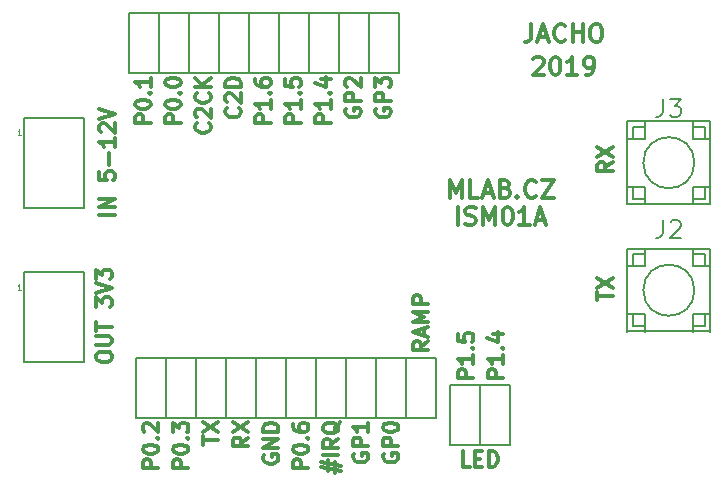
<source format=gbr>
G04 #@! TF.GenerationSoftware,KiCad,Pcbnew,(6.0.0-rc1-dev-1606-g4cd41e394)*
G04 #@! TF.CreationDate,2019-02-20T22:44:59+01:00
G04 #@! TF.ProjectId,ISM01A,49534d30-3141-42e6-9b69-6361645f7063,REV*
G04 #@! TF.SameCoordinates,Original*
G04 #@! TF.FileFunction,Legend,Top*
G04 #@! TF.FilePolarity,Positive*
%FSLAX46Y46*%
G04 Gerber Fmt 4.6, Leading zero omitted, Abs format (unit mm)*
G04 Created by KiCad (PCBNEW (6.0.0-rc1-dev-1606-g4cd41e394)) date 20.02.2019 22:44:59*
%MOMM*%
%LPD*%
G04 APERTURE LIST*
%ADD10C,0.300000*%
%ADD11C,0.150000*%
%ADD12C,0.050000*%
G04 APERTURE END LIST*
D10*
X37334571Y23705428D02*
X37334571Y25205428D01*
X37834571Y24134000D01*
X38334571Y25205428D01*
X38334571Y23705428D01*
X39763142Y23705428D02*
X39048857Y23705428D01*
X39048857Y25205428D01*
X40191714Y24134000D02*
X40906000Y24134000D01*
X40048857Y23705428D02*
X40548857Y25205428D01*
X41048857Y23705428D01*
X42048857Y24491142D02*
X42263142Y24419714D01*
X42334571Y24348285D01*
X42406000Y24205428D01*
X42406000Y23991142D01*
X42334571Y23848285D01*
X42263142Y23776857D01*
X42120285Y23705428D01*
X41548857Y23705428D01*
X41548857Y25205428D01*
X42048857Y25205428D01*
X42191714Y25134000D01*
X42263142Y25062571D01*
X42334571Y24919714D01*
X42334571Y24776857D01*
X42263142Y24634000D01*
X42191714Y24562571D01*
X42048857Y24491142D01*
X41548857Y24491142D01*
X43048857Y23848285D02*
X43120285Y23776857D01*
X43048857Y23705428D01*
X42977428Y23776857D01*
X43048857Y23848285D01*
X43048857Y23705428D01*
X44620285Y23848285D02*
X44548857Y23776857D01*
X44334571Y23705428D01*
X44191714Y23705428D01*
X43977428Y23776857D01*
X43834571Y23919714D01*
X43763142Y24062571D01*
X43691714Y24348285D01*
X43691714Y24562571D01*
X43763142Y24848285D01*
X43834571Y24991142D01*
X43977428Y25134000D01*
X44191714Y25205428D01*
X44334571Y25205428D01*
X44548857Y25134000D01*
X44620285Y25062571D01*
X45120285Y25205428D02*
X46120285Y25205428D01*
X45120285Y23705428D01*
X46120285Y23705428D01*
X44240000Y38413428D02*
X44240000Y37342000D01*
X44168571Y37127714D01*
X44025714Y36984857D01*
X43811428Y36913428D01*
X43668571Y36913428D01*
X44882857Y37342000D02*
X45597142Y37342000D01*
X44740000Y36913428D02*
X45240000Y38413428D01*
X45740000Y36913428D01*
X47097142Y37056285D02*
X47025714Y36984857D01*
X46811428Y36913428D01*
X46668571Y36913428D01*
X46454285Y36984857D01*
X46311428Y37127714D01*
X46240000Y37270571D01*
X46168571Y37556285D01*
X46168571Y37770571D01*
X46240000Y38056285D01*
X46311428Y38199142D01*
X46454285Y38342000D01*
X46668571Y38413428D01*
X46811428Y38413428D01*
X47025714Y38342000D01*
X47097142Y38270571D01*
X47740000Y36913428D02*
X47740000Y38413428D01*
X47740000Y37699142D02*
X48597142Y37699142D01*
X48597142Y36913428D02*
X48597142Y38413428D01*
X49597142Y38413428D02*
X49882857Y38413428D01*
X50025714Y38342000D01*
X50168571Y38199142D01*
X50240000Y37913428D01*
X50240000Y37413428D01*
X50168571Y37127714D01*
X50025714Y36984857D01*
X49882857Y36913428D01*
X49597142Y36913428D01*
X49454285Y36984857D01*
X49311428Y37127714D01*
X49240000Y37413428D01*
X49240000Y37913428D01*
X49311428Y38199142D01*
X49454285Y38342000D01*
X49597142Y38413428D01*
X44418571Y35476571D02*
X44490000Y35548000D01*
X44632857Y35619428D01*
X44990000Y35619428D01*
X45132857Y35548000D01*
X45204285Y35476571D01*
X45275714Y35333714D01*
X45275714Y35190857D01*
X45204285Y34976571D01*
X44347142Y34119428D01*
X45275714Y34119428D01*
X46204285Y35619428D02*
X46347142Y35619428D01*
X46490000Y35548000D01*
X46561428Y35476571D01*
X46632857Y35333714D01*
X46704285Y35048000D01*
X46704285Y34690857D01*
X46632857Y34405142D01*
X46561428Y34262285D01*
X46490000Y34190857D01*
X46347142Y34119428D01*
X46204285Y34119428D01*
X46061428Y34190857D01*
X45990000Y34262285D01*
X45918571Y34405142D01*
X45847142Y34690857D01*
X45847142Y35048000D01*
X45918571Y35333714D01*
X45990000Y35476571D01*
X46061428Y35548000D01*
X46204285Y35619428D01*
X48132857Y34119428D02*
X47275714Y34119428D01*
X47704285Y34119428D02*
X47704285Y35619428D01*
X47561428Y35405142D01*
X47418571Y35262285D01*
X47275714Y35190857D01*
X48847142Y34119428D02*
X49132857Y34119428D01*
X49275714Y34190857D01*
X49347142Y34262285D01*
X49490000Y34476571D01*
X49561428Y34762285D01*
X49561428Y35333714D01*
X49490000Y35476571D01*
X49418571Y35548000D01*
X49275714Y35619428D01*
X48990000Y35619428D01*
X48847142Y35548000D01*
X48775714Y35476571D01*
X48704285Y35333714D01*
X48704285Y34976571D01*
X48775714Y34833714D01*
X48847142Y34762285D01*
X48990000Y34690857D01*
X49275714Y34690857D01*
X49418571Y34762285D01*
X49490000Y34833714D01*
X49561428Y34976571D01*
X38013142Y21419428D02*
X38013142Y22919428D01*
X38656000Y21490857D02*
X38870285Y21419428D01*
X39227428Y21419428D01*
X39370285Y21490857D01*
X39441714Y21562285D01*
X39513142Y21705142D01*
X39513142Y21848000D01*
X39441714Y21990857D01*
X39370285Y22062285D01*
X39227428Y22133714D01*
X38941714Y22205142D01*
X38798857Y22276571D01*
X38727428Y22348000D01*
X38656000Y22490857D01*
X38656000Y22633714D01*
X38727428Y22776571D01*
X38798857Y22848000D01*
X38941714Y22919428D01*
X39298857Y22919428D01*
X39513142Y22848000D01*
X40156000Y21419428D02*
X40156000Y22919428D01*
X40656000Y21848000D01*
X41156000Y22919428D01*
X41156000Y21419428D01*
X42156000Y22919428D02*
X42298857Y22919428D01*
X42441714Y22848000D01*
X42513142Y22776571D01*
X42584571Y22633714D01*
X42656000Y22348000D01*
X42656000Y21990857D01*
X42584571Y21705142D01*
X42513142Y21562285D01*
X42441714Y21490857D01*
X42298857Y21419428D01*
X42156000Y21419428D01*
X42013142Y21490857D01*
X41941714Y21562285D01*
X41870285Y21705142D01*
X41798857Y21990857D01*
X41798857Y22348000D01*
X41870285Y22633714D01*
X41941714Y22776571D01*
X42013142Y22848000D01*
X42156000Y22919428D01*
X44084571Y21419428D02*
X43227428Y21419428D01*
X43656000Y21419428D02*
X43656000Y22919428D01*
X43513142Y22705142D01*
X43370285Y22562285D01*
X43227428Y22490857D01*
X44656000Y21848000D02*
X45370285Y21848000D01*
X44513142Y21419428D02*
X45013142Y22919428D01*
X45513142Y21419428D01*
X49834095Y15011523D02*
X49834095Y15754380D01*
X51134095Y15382952D02*
X49834095Y15382952D01*
X49834095Y16063904D02*
X51134095Y16930571D01*
X49834095Y16930571D02*
X51134095Y16063904D01*
X51134095Y26707333D02*
X50515047Y26274000D01*
X51134095Y25964476D02*
X49834095Y25964476D01*
X49834095Y26459714D01*
X49896000Y26583523D01*
X49957904Y26645428D01*
X50081714Y26707333D01*
X50267428Y26707333D01*
X50391238Y26645428D01*
X50453142Y26583523D01*
X50515047Y26459714D01*
X50515047Y25964476D01*
X49834095Y27140666D02*
X51134095Y28007333D01*
X49834095Y28007333D02*
X51134095Y27140666D01*
X8970095Y22274761D02*
X7670095Y22274761D01*
X8970095Y22893809D02*
X7670095Y22893809D01*
X8970095Y23636666D01*
X7670095Y23636666D01*
X7670095Y25865238D02*
X7670095Y25246190D01*
X8289142Y25184285D01*
X8227238Y25246190D01*
X8165333Y25370000D01*
X8165333Y25679523D01*
X8227238Y25803333D01*
X8289142Y25865238D01*
X8412952Y25927142D01*
X8722476Y25927142D01*
X8846285Y25865238D01*
X8908190Y25803333D01*
X8970095Y25679523D01*
X8970095Y25370000D01*
X8908190Y25246190D01*
X8846285Y25184285D01*
X8474857Y26484285D02*
X8474857Y27474761D01*
X8970095Y28774761D02*
X8970095Y28031904D01*
X8970095Y28403333D02*
X7670095Y28403333D01*
X7855809Y28279523D01*
X7979619Y28155714D01*
X8041523Y28031904D01*
X7793904Y29270000D02*
X7732000Y29331904D01*
X7670095Y29455714D01*
X7670095Y29765238D01*
X7732000Y29889047D01*
X7793904Y29950952D01*
X7917714Y30012857D01*
X8041523Y30012857D01*
X8227238Y29950952D01*
X8970095Y29208095D01*
X8970095Y30012857D01*
X7670095Y30384285D02*
X8970095Y30817619D01*
X7670095Y31250952D01*
X7416095Y10125523D02*
X7416095Y10373142D01*
X7478000Y10496952D01*
X7601809Y10620761D01*
X7849428Y10682666D01*
X8282761Y10682666D01*
X8530380Y10620761D01*
X8654190Y10496952D01*
X8716095Y10373142D01*
X8716095Y10125523D01*
X8654190Y10001714D01*
X8530380Y9877904D01*
X8282761Y9816000D01*
X7849428Y9816000D01*
X7601809Y9877904D01*
X7478000Y10001714D01*
X7416095Y10125523D01*
X7416095Y11239809D02*
X8468476Y11239809D01*
X8592285Y11301714D01*
X8654190Y11363619D01*
X8716095Y11487428D01*
X8716095Y11735047D01*
X8654190Y11858857D01*
X8592285Y11920761D01*
X8468476Y11982666D01*
X7416095Y11982666D01*
X7416095Y12416000D02*
X7416095Y13158857D01*
X8716095Y12787428D02*
X7416095Y12787428D01*
X7416095Y14458857D02*
X7416095Y15263619D01*
X7911333Y14830285D01*
X7911333Y15016000D01*
X7973238Y15139809D01*
X8035142Y15201714D01*
X8158952Y15263619D01*
X8468476Y15263619D01*
X8592285Y15201714D01*
X8654190Y15139809D01*
X8716095Y15016000D01*
X8716095Y14644571D01*
X8654190Y14520761D01*
X8592285Y14458857D01*
X7416095Y15635047D02*
X8716095Y16068380D01*
X7416095Y16501714D01*
X7416095Y16811238D02*
X7416095Y17616000D01*
X7911333Y17182666D01*
X7911333Y17368380D01*
X7973238Y17492190D01*
X8035142Y17554095D01*
X8158952Y17616000D01*
X8468476Y17616000D01*
X8592285Y17554095D01*
X8654190Y17492190D01*
X8716095Y17368380D01*
X8716095Y16996952D01*
X8654190Y16873142D01*
X8592285Y16811238D01*
X39042285Y935904D02*
X38423238Y935904D01*
X38423238Y2235904D01*
X39475619Y1616857D02*
X39908952Y1616857D01*
X40094666Y935904D02*
X39475619Y935904D01*
X39475619Y2235904D01*
X40094666Y2235904D01*
X40651809Y935904D02*
X40651809Y2235904D01*
X40961333Y2235904D01*
X41147047Y2174000D01*
X41270857Y2050190D01*
X41332761Y1926380D01*
X41394666Y1678761D01*
X41394666Y1493047D01*
X41332761Y1245428D01*
X41270857Y1121619D01*
X41147047Y997809D01*
X40961333Y935904D01*
X40651809Y935904D01*
X39323095Y8419285D02*
X38023095Y8419285D01*
X38023095Y8914523D01*
X38085000Y9038333D01*
X38146904Y9100238D01*
X38270714Y9162142D01*
X38456428Y9162142D01*
X38580238Y9100238D01*
X38642142Y9038333D01*
X38704047Y8914523D01*
X38704047Y8419285D01*
X39323095Y10400238D02*
X39323095Y9657380D01*
X39323095Y10028809D02*
X38023095Y10028809D01*
X38208809Y9905000D01*
X38332619Y9781190D01*
X38394523Y9657380D01*
X39199285Y10957380D02*
X39261190Y11019285D01*
X39323095Y10957380D01*
X39261190Y10895476D01*
X39199285Y10957380D01*
X39323095Y10957380D01*
X38023095Y12195476D02*
X38023095Y11576428D01*
X38642142Y11514523D01*
X38580238Y11576428D01*
X38518333Y11700238D01*
X38518333Y12009761D01*
X38580238Y12133571D01*
X38642142Y12195476D01*
X38765952Y12257380D01*
X39075476Y12257380D01*
X39199285Y12195476D01*
X39261190Y12133571D01*
X39323095Y12009761D01*
X39323095Y11700238D01*
X39261190Y11576428D01*
X39199285Y11514523D01*
X41863095Y8419285D02*
X40563095Y8419285D01*
X40563095Y8914523D01*
X40625000Y9038333D01*
X40686904Y9100238D01*
X40810714Y9162142D01*
X40996428Y9162142D01*
X41120238Y9100238D01*
X41182142Y9038333D01*
X41244047Y8914523D01*
X41244047Y8419285D01*
X41863095Y10400238D02*
X41863095Y9657380D01*
X41863095Y10028809D02*
X40563095Y10028809D01*
X40748809Y9905000D01*
X40872619Y9781190D01*
X40934523Y9657380D01*
X41739285Y10957380D02*
X41801190Y11019285D01*
X41863095Y10957380D01*
X41801190Y10895476D01*
X41739285Y10957380D01*
X41863095Y10957380D01*
X40996428Y12133571D02*
X41863095Y12133571D01*
X40501190Y11824047D02*
X41429761Y11514523D01*
X41429761Y12319285D01*
X35513095Y11532380D02*
X34894047Y11099047D01*
X35513095Y10789523D02*
X34213095Y10789523D01*
X34213095Y11284761D01*
X34275000Y11408571D01*
X34336904Y11470476D01*
X34460714Y11532380D01*
X34646428Y11532380D01*
X34770238Y11470476D01*
X34832142Y11408571D01*
X34894047Y11284761D01*
X34894047Y10789523D01*
X35141666Y12027619D02*
X35141666Y12646666D01*
X35513095Y11903809D02*
X34213095Y12337142D01*
X35513095Y12770476D01*
X35513095Y13203809D02*
X34213095Y13203809D01*
X35141666Y13637142D01*
X34213095Y14070476D01*
X35513095Y14070476D01*
X35513095Y14689523D02*
X34213095Y14689523D01*
X34213095Y15184761D01*
X34275000Y15308571D01*
X34336904Y15370476D01*
X34460714Y15432380D01*
X34646428Y15432380D01*
X34770238Y15370476D01*
X34832142Y15308571D01*
X34894047Y15184761D01*
X34894047Y14689523D01*
X31735000Y2037380D02*
X31673095Y1913571D01*
X31673095Y1727857D01*
X31735000Y1542142D01*
X31858809Y1418333D01*
X31982619Y1356428D01*
X32230238Y1294523D01*
X32415952Y1294523D01*
X32663571Y1356428D01*
X32787380Y1418333D01*
X32911190Y1542142D01*
X32973095Y1727857D01*
X32973095Y1851666D01*
X32911190Y2037380D01*
X32849285Y2099285D01*
X32415952Y2099285D01*
X32415952Y1851666D01*
X32973095Y2656428D02*
X31673095Y2656428D01*
X31673095Y3151666D01*
X31735000Y3275476D01*
X31796904Y3337380D01*
X31920714Y3399285D01*
X32106428Y3399285D01*
X32230238Y3337380D01*
X32292142Y3275476D01*
X32354047Y3151666D01*
X32354047Y2656428D01*
X31673095Y4204047D02*
X31673095Y4327857D01*
X31735000Y4451666D01*
X31796904Y4513571D01*
X31920714Y4575476D01*
X32168333Y4637380D01*
X32477857Y4637380D01*
X32725476Y4575476D01*
X32849285Y4513571D01*
X32911190Y4451666D01*
X32973095Y4327857D01*
X32973095Y4204047D01*
X32911190Y4080238D01*
X32849285Y4018333D01*
X32725476Y3956428D01*
X32477857Y3894523D01*
X32168333Y3894523D01*
X31920714Y3956428D01*
X31796904Y4018333D01*
X31735000Y4080238D01*
X31673095Y4204047D01*
X29195000Y2037380D02*
X29133095Y1913571D01*
X29133095Y1727857D01*
X29195000Y1542142D01*
X29318809Y1418333D01*
X29442619Y1356428D01*
X29690238Y1294523D01*
X29875952Y1294523D01*
X30123571Y1356428D01*
X30247380Y1418333D01*
X30371190Y1542142D01*
X30433095Y1727857D01*
X30433095Y1851666D01*
X30371190Y2037380D01*
X30309285Y2099285D01*
X29875952Y2099285D01*
X29875952Y1851666D01*
X30433095Y2656428D02*
X29133095Y2656428D01*
X29133095Y3151666D01*
X29195000Y3275476D01*
X29256904Y3337380D01*
X29380714Y3399285D01*
X29566428Y3399285D01*
X29690238Y3337380D01*
X29752142Y3275476D01*
X29814047Y3151666D01*
X29814047Y2656428D01*
X30433095Y4637380D02*
X30433095Y3894523D01*
X30433095Y4265952D02*
X29133095Y4265952D01*
X29318809Y4142142D01*
X29442619Y4018333D01*
X29504523Y3894523D01*
X27026428Y551666D02*
X27026428Y1480238D01*
X26469285Y923095D02*
X28140714Y551666D01*
X27583571Y1356428D02*
X27583571Y427857D01*
X28140714Y985000D02*
X26469285Y1356428D01*
X27893095Y1913571D02*
X26593095Y1913571D01*
X27893095Y3275476D02*
X27274047Y2842142D01*
X27893095Y2532619D02*
X26593095Y2532619D01*
X26593095Y3027857D01*
X26655000Y3151666D01*
X26716904Y3213571D01*
X26840714Y3275476D01*
X27026428Y3275476D01*
X27150238Y3213571D01*
X27212142Y3151666D01*
X27274047Y3027857D01*
X27274047Y2532619D01*
X28016904Y4699285D02*
X27955000Y4575476D01*
X27831190Y4451666D01*
X27645476Y4265952D01*
X27583571Y4142142D01*
X27583571Y4018333D01*
X27893095Y4080238D02*
X27831190Y3956428D01*
X27707380Y3832619D01*
X27459761Y3770714D01*
X27026428Y3770714D01*
X26778809Y3832619D01*
X26655000Y3956428D01*
X26593095Y4080238D01*
X26593095Y4327857D01*
X26655000Y4451666D01*
X26778809Y4575476D01*
X27026428Y4637380D01*
X27459761Y4637380D01*
X27707380Y4575476D01*
X27831190Y4451666D01*
X27893095Y4327857D01*
X27893095Y4080238D01*
X25353095Y799285D02*
X24053095Y799285D01*
X24053095Y1294523D01*
X24115000Y1418333D01*
X24176904Y1480238D01*
X24300714Y1542142D01*
X24486428Y1542142D01*
X24610238Y1480238D01*
X24672142Y1418333D01*
X24734047Y1294523D01*
X24734047Y799285D01*
X24053095Y2346904D02*
X24053095Y2470714D01*
X24115000Y2594523D01*
X24176904Y2656428D01*
X24300714Y2718333D01*
X24548333Y2780238D01*
X24857857Y2780238D01*
X25105476Y2718333D01*
X25229285Y2656428D01*
X25291190Y2594523D01*
X25353095Y2470714D01*
X25353095Y2346904D01*
X25291190Y2223095D01*
X25229285Y2161190D01*
X25105476Y2099285D01*
X24857857Y2037380D01*
X24548333Y2037380D01*
X24300714Y2099285D01*
X24176904Y2161190D01*
X24115000Y2223095D01*
X24053095Y2346904D01*
X25229285Y3337380D02*
X25291190Y3399285D01*
X25353095Y3337380D01*
X25291190Y3275476D01*
X25229285Y3337380D01*
X25353095Y3337380D01*
X24053095Y4513571D02*
X24053095Y4265952D01*
X24115000Y4142142D01*
X24176904Y4080238D01*
X24362619Y3956428D01*
X24610238Y3894523D01*
X25105476Y3894523D01*
X25229285Y3956428D01*
X25291190Y4018333D01*
X25353095Y4142142D01*
X25353095Y4389761D01*
X25291190Y4513571D01*
X25229285Y4575476D01*
X25105476Y4637380D01*
X24795952Y4637380D01*
X24672142Y4575476D01*
X24610238Y4513571D01*
X24548333Y4389761D01*
X24548333Y4142142D01*
X24610238Y4018333D01*
X24672142Y3956428D01*
X24795952Y3894523D01*
X21575000Y1913571D02*
X21513095Y1789761D01*
X21513095Y1604047D01*
X21575000Y1418333D01*
X21698809Y1294523D01*
X21822619Y1232619D01*
X22070238Y1170714D01*
X22255952Y1170714D01*
X22503571Y1232619D01*
X22627380Y1294523D01*
X22751190Y1418333D01*
X22813095Y1604047D01*
X22813095Y1727857D01*
X22751190Y1913571D01*
X22689285Y1975476D01*
X22255952Y1975476D01*
X22255952Y1727857D01*
X22813095Y2532619D02*
X21513095Y2532619D01*
X22813095Y3275476D01*
X21513095Y3275476D01*
X22813095Y3894523D02*
X21513095Y3894523D01*
X21513095Y4204047D01*
X21575000Y4389761D01*
X21698809Y4513571D01*
X21822619Y4575476D01*
X22070238Y4637380D01*
X22255952Y4637380D01*
X22503571Y4575476D01*
X22627380Y4513571D01*
X22751190Y4389761D01*
X22813095Y4204047D01*
X22813095Y3894523D01*
X20273095Y3399285D02*
X19654047Y2965952D01*
X20273095Y2656428D02*
X18973095Y2656428D01*
X18973095Y3151666D01*
X19035000Y3275476D01*
X19096904Y3337380D01*
X19220714Y3399285D01*
X19406428Y3399285D01*
X19530238Y3337380D01*
X19592142Y3275476D01*
X19654047Y3151666D01*
X19654047Y2656428D01*
X18973095Y3832619D02*
X20273095Y4699285D01*
X18973095Y4699285D02*
X20273095Y3832619D01*
X16433095Y2780238D02*
X16433095Y3523095D01*
X17733095Y3151666D02*
X16433095Y3151666D01*
X16433095Y3832619D02*
X17733095Y4699285D01*
X16433095Y4699285D02*
X17733095Y3832619D01*
X15193095Y799285D02*
X13893095Y799285D01*
X13893095Y1294523D01*
X13955000Y1418333D01*
X14016904Y1480238D01*
X14140714Y1542142D01*
X14326428Y1542142D01*
X14450238Y1480238D01*
X14512142Y1418333D01*
X14574047Y1294523D01*
X14574047Y799285D01*
X13893095Y2346904D02*
X13893095Y2470714D01*
X13955000Y2594523D01*
X14016904Y2656428D01*
X14140714Y2718333D01*
X14388333Y2780238D01*
X14697857Y2780238D01*
X14945476Y2718333D01*
X15069285Y2656428D01*
X15131190Y2594523D01*
X15193095Y2470714D01*
X15193095Y2346904D01*
X15131190Y2223095D01*
X15069285Y2161190D01*
X14945476Y2099285D01*
X14697857Y2037380D01*
X14388333Y2037380D01*
X14140714Y2099285D01*
X14016904Y2161190D01*
X13955000Y2223095D01*
X13893095Y2346904D01*
X15069285Y3337380D02*
X15131190Y3399285D01*
X15193095Y3337380D01*
X15131190Y3275476D01*
X15069285Y3337380D01*
X15193095Y3337380D01*
X13893095Y3832619D02*
X13893095Y4637380D01*
X14388333Y4204047D01*
X14388333Y4389761D01*
X14450238Y4513571D01*
X14512142Y4575476D01*
X14635952Y4637380D01*
X14945476Y4637380D01*
X15069285Y4575476D01*
X15131190Y4513571D01*
X15193095Y4389761D01*
X15193095Y4018333D01*
X15131190Y3894523D01*
X15069285Y3832619D01*
X12653095Y799285D02*
X11353095Y799285D01*
X11353095Y1294523D01*
X11415000Y1418333D01*
X11476904Y1480238D01*
X11600714Y1542142D01*
X11786428Y1542142D01*
X11910238Y1480238D01*
X11972142Y1418333D01*
X12034047Y1294523D01*
X12034047Y799285D01*
X11353095Y2346904D02*
X11353095Y2470714D01*
X11415000Y2594523D01*
X11476904Y2656428D01*
X11600714Y2718333D01*
X11848333Y2780238D01*
X12157857Y2780238D01*
X12405476Y2718333D01*
X12529285Y2656428D01*
X12591190Y2594523D01*
X12653095Y2470714D01*
X12653095Y2346904D01*
X12591190Y2223095D01*
X12529285Y2161190D01*
X12405476Y2099285D01*
X12157857Y2037380D01*
X11848333Y2037380D01*
X11600714Y2099285D01*
X11476904Y2161190D01*
X11415000Y2223095D01*
X11353095Y2346904D01*
X12529285Y3337380D02*
X12591190Y3399285D01*
X12653095Y3337380D01*
X12591190Y3275476D01*
X12529285Y3337380D01*
X12653095Y3337380D01*
X11476904Y3894523D02*
X11415000Y3956428D01*
X11353095Y4080238D01*
X11353095Y4389761D01*
X11415000Y4513571D01*
X11476904Y4575476D01*
X11600714Y4637380D01*
X11724523Y4637380D01*
X11910238Y4575476D01*
X12653095Y3832619D01*
X12653095Y4637380D01*
X31100000Y31247380D02*
X31038095Y31123571D01*
X31038095Y30937857D01*
X31100000Y30752142D01*
X31223809Y30628333D01*
X31347619Y30566428D01*
X31595238Y30504523D01*
X31780952Y30504523D01*
X32028571Y30566428D01*
X32152380Y30628333D01*
X32276190Y30752142D01*
X32338095Y30937857D01*
X32338095Y31061666D01*
X32276190Y31247380D01*
X32214285Y31309285D01*
X31780952Y31309285D01*
X31780952Y31061666D01*
X32338095Y31866428D02*
X31038095Y31866428D01*
X31038095Y32361666D01*
X31100000Y32485476D01*
X31161904Y32547380D01*
X31285714Y32609285D01*
X31471428Y32609285D01*
X31595238Y32547380D01*
X31657142Y32485476D01*
X31719047Y32361666D01*
X31719047Y31866428D01*
X31038095Y33042619D02*
X31038095Y33847380D01*
X31533333Y33414047D01*
X31533333Y33599761D01*
X31595238Y33723571D01*
X31657142Y33785476D01*
X31780952Y33847380D01*
X32090476Y33847380D01*
X32214285Y33785476D01*
X32276190Y33723571D01*
X32338095Y33599761D01*
X32338095Y33228333D01*
X32276190Y33104523D01*
X32214285Y33042619D01*
X28560000Y31247380D02*
X28498095Y31123571D01*
X28498095Y30937857D01*
X28560000Y30752142D01*
X28683809Y30628333D01*
X28807619Y30566428D01*
X29055238Y30504523D01*
X29240952Y30504523D01*
X29488571Y30566428D01*
X29612380Y30628333D01*
X29736190Y30752142D01*
X29798095Y30937857D01*
X29798095Y31061666D01*
X29736190Y31247380D01*
X29674285Y31309285D01*
X29240952Y31309285D01*
X29240952Y31061666D01*
X29798095Y31866428D02*
X28498095Y31866428D01*
X28498095Y32361666D01*
X28560000Y32485476D01*
X28621904Y32547380D01*
X28745714Y32609285D01*
X28931428Y32609285D01*
X29055238Y32547380D01*
X29117142Y32485476D01*
X29179047Y32361666D01*
X29179047Y31866428D01*
X28621904Y33104523D02*
X28560000Y33166428D01*
X28498095Y33290238D01*
X28498095Y33599761D01*
X28560000Y33723571D01*
X28621904Y33785476D01*
X28745714Y33847380D01*
X28869523Y33847380D01*
X29055238Y33785476D01*
X29798095Y33042619D01*
X29798095Y33847380D01*
X27258095Y30009285D02*
X25958095Y30009285D01*
X25958095Y30504523D01*
X26020000Y30628333D01*
X26081904Y30690238D01*
X26205714Y30752142D01*
X26391428Y30752142D01*
X26515238Y30690238D01*
X26577142Y30628333D01*
X26639047Y30504523D01*
X26639047Y30009285D01*
X27258095Y31990238D02*
X27258095Y31247380D01*
X27258095Y31618809D02*
X25958095Y31618809D01*
X26143809Y31495000D01*
X26267619Y31371190D01*
X26329523Y31247380D01*
X27134285Y32547380D02*
X27196190Y32609285D01*
X27258095Y32547380D01*
X27196190Y32485476D01*
X27134285Y32547380D01*
X27258095Y32547380D01*
X26391428Y33723571D02*
X27258095Y33723571D01*
X25896190Y33414047D02*
X26824761Y33104523D01*
X26824761Y33909285D01*
X24718095Y30009285D02*
X23418095Y30009285D01*
X23418095Y30504523D01*
X23480000Y30628333D01*
X23541904Y30690238D01*
X23665714Y30752142D01*
X23851428Y30752142D01*
X23975238Y30690238D01*
X24037142Y30628333D01*
X24099047Y30504523D01*
X24099047Y30009285D01*
X24718095Y31990238D02*
X24718095Y31247380D01*
X24718095Y31618809D02*
X23418095Y31618809D01*
X23603809Y31495000D01*
X23727619Y31371190D01*
X23789523Y31247380D01*
X24594285Y32547380D02*
X24656190Y32609285D01*
X24718095Y32547380D01*
X24656190Y32485476D01*
X24594285Y32547380D01*
X24718095Y32547380D01*
X23418095Y33785476D02*
X23418095Y33166428D01*
X24037142Y33104523D01*
X23975238Y33166428D01*
X23913333Y33290238D01*
X23913333Y33599761D01*
X23975238Y33723571D01*
X24037142Y33785476D01*
X24160952Y33847380D01*
X24470476Y33847380D01*
X24594285Y33785476D01*
X24656190Y33723571D01*
X24718095Y33599761D01*
X24718095Y33290238D01*
X24656190Y33166428D01*
X24594285Y33104523D01*
X22178095Y30009285D02*
X20878095Y30009285D01*
X20878095Y30504523D01*
X20940000Y30628333D01*
X21001904Y30690238D01*
X21125714Y30752142D01*
X21311428Y30752142D01*
X21435238Y30690238D01*
X21497142Y30628333D01*
X21559047Y30504523D01*
X21559047Y30009285D01*
X22178095Y31990238D02*
X22178095Y31247380D01*
X22178095Y31618809D02*
X20878095Y31618809D01*
X21063809Y31495000D01*
X21187619Y31371190D01*
X21249523Y31247380D01*
X22054285Y32547380D02*
X22116190Y32609285D01*
X22178095Y32547380D01*
X22116190Y32485476D01*
X22054285Y32547380D01*
X22178095Y32547380D01*
X20878095Y33723571D02*
X20878095Y33475952D01*
X20940000Y33352142D01*
X21001904Y33290238D01*
X21187619Y33166428D01*
X21435238Y33104523D01*
X21930476Y33104523D01*
X22054285Y33166428D01*
X22116190Y33228333D01*
X22178095Y33352142D01*
X22178095Y33599761D01*
X22116190Y33723571D01*
X22054285Y33785476D01*
X21930476Y33847380D01*
X21620952Y33847380D01*
X21497142Y33785476D01*
X21435238Y33723571D01*
X21373333Y33599761D01*
X21373333Y33352142D01*
X21435238Y33228333D01*
X21497142Y33166428D01*
X21620952Y33104523D01*
X12018095Y30009285D02*
X10718095Y30009285D01*
X10718095Y30504523D01*
X10780000Y30628333D01*
X10841904Y30690238D01*
X10965714Y30752142D01*
X11151428Y30752142D01*
X11275238Y30690238D01*
X11337142Y30628333D01*
X11399047Y30504523D01*
X11399047Y30009285D01*
X10718095Y31556904D02*
X10718095Y31680714D01*
X10780000Y31804523D01*
X10841904Y31866428D01*
X10965714Y31928333D01*
X11213333Y31990238D01*
X11522857Y31990238D01*
X11770476Y31928333D01*
X11894285Y31866428D01*
X11956190Y31804523D01*
X12018095Y31680714D01*
X12018095Y31556904D01*
X11956190Y31433095D01*
X11894285Y31371190D01*
X11770476Y31309285D01*
X11522857Y31247380D01*
X11213333Y31247380D01*
X10965714Y31309285D01*
X10841904Y31371190D01*
X10780000Y31433095D01*
X10718095Y31556904D01*
X11894285Y32547380D02*
X11956190Y32609285D01*
X12018095Y32547380D01*
X11956190Y32485476D01*
X11894285Y32547380D01*
X12018095Y32547380D01*
X12018095Y33847380D02*
X12018095Y33104523D01*
X12018095Y33475952D02*
X10718095Y33475952D01*
X10903809Y33352142D01*
X11027619Y33228333D01*
X11089523Y33104523D01*
X14558095Y30009285D02*
X13258095Y30009285D01*
X13258095Y30504523D01*
X13320000Y30628333D01*
X13381904Y30690238D01*
X13505714Y30752142D01*
X13691428Y30752142D01*
X13815238Y30690238D01*
X13877142Y30628333D01*
X13939047Y30504523D01*
X13939047Y30009285D01*
X13258095Y31556904D02*
X13258095Y31680714D01*
X13320000Y31804523D01*
X13381904Y31866428D01*
X13505714Y31928333D01*
X13753333Y31990238D01*
X14062857Y31990238D01*
X14310476Y31928333D01*
X14434285Y31866428D01*
X14496190Y31804523D01*
X14558095Y31680714D01*
X14558095Y31556904D01*
X14496190Y31433095D01*
X14434285Y31371190D01*
X14310476Y31309285D01*
X14062857Y31247380D01*
X13753333Y31247380D01*
X13505714Y31309285D01*
X13381904Y31371190D01*
X13320000Y31433095D01*
X13258095Y31556904D01*
X14434285Y32547380D02*
X14496190Y32609285D01*
X14558095Y32547380D01*
X14496190Y32485476D01*
X14434285Y32547380D01*
X14558095Y32547380D01*
X13258095Y33414047D02*
X13258095Y33537857D01*
X13320000Y33661666D01*
X13381904Y33723571D01*
X13505714Y33785476D01*
X13753333Y33847380D01*
X14062857Y33847380D01*
X14310476Y33785476D01*
X14434285Y33723571D01*
X14496190Y33661666D01*
X14558095Y33537857D01*
X14558095Y33414047D01*
X14496190Y33290238D01*
X14434285Y33228333D01*
X14310476Y33166428D01*
X14062857Y33104523D01*
X13753333Y33104523D01*
X13505714Y33166428D01*
X13381904Y33228333D01*
X13320000Y33290238D01*
X13258095Y33414047D01*
X16974285Y30009285D02*
X17036190Y29947380D01*
X17098095Y29761666D01*
X17098095Y29637857D01*
X17036190Y29452142D01*
X16912380Y29328333D01*
X16788571Y29266428D01*
X16540952Y29204523D01*
X16355238Y29204523D01*
X16107619Y29266428D01*
X15983809Y29328333D01*
X15860000Y29452142D01*
X15798095Y29637857D01*
X15798095Y29761666D01*
X15860000Y29947380D01*
X15921904Y30009285D01*
X15921904Y30504523D02*
X15860000Y30566428D01*
X15798095Y30690238D01*
X15798095Y30999761D01*
X15860000Y31123571D01*
X15921904Y31185476D01*
X16045714Y31247380D01*
X16169523Y31247380D01*
X16355238Y31185476D01*
X17098095Y30442619D01*
X17098095Y31247380D01*
X16974285Y32547380D02*
X17036190Y32485476D01*
X17098095Y32299761D01*
X17098095Y32175952D01*
X17036190Y31990238D01*
X16912380Y31866428D01*
X16788571Y31804523D01*
X16540952Y31742619D01*
X16355238Y31742619D01*
X16107619Y31804523D01*
X15983809Y31866428D01*
X15860000Y31990238D01*
X15798095Y32175952D01*
X15798095Y32299761D01*
X15860000Y32485476D01*
X15921904Y32547380D01*
X17098095Y33104523D02*
X15798095Y33104523D01*
X17098095Y33847380D02*
X16355238Y33290238D01*
X15798095Y33847380D02*
X16540952Y33104523D01*
X19514285Y31309285D02*
X19576190Y31247380D01*
X19638095Y31061666D01*
X19638095Y30937857D01*
X19576190Y30752142D01*
X19452380Y30628333D01*
X19328571Y30566428D01*
X19080952Y30504523D01*
X18895238Y30504523D01*
X18647619Y30566428D01*
X18523809Y30628333D01*
X18400000Y30752142D01*
X18338095Y30937857D01*
X18338095Y31061666D01*
X18400000Y31247380D01*
X18461904Y31309285D01*
X18461904Y31804523D02*
X18400000Y31866428D01*
X18338095Y31990238D01*
X18338095Y32299761D01*
X18400000Y32423571D01*
X18461904Y32485476D01*
X18585714Y32547380D01*
X18709523Y32547380D01*
X18895238Y32485476D01*
X19638095Y31742619D01*
X19638095Y32547380D01*
X19638095Y33104523D02*
X18338095Y33104523D01*
X18338095Y33414047D01*
X18400000Y33599761D01*
X18523809Y33723571D01*
X18647619Y33785476D01*
X18895238Y33847380D01*
X19080952Y33847380D01*
X19328571Y33785476D01*
X19452380Y33723571D01*
X19576190Y33599761D01*
X19638095Y33414047D01*
X19638095Y33104523D01*
D11*
X1270000Y30480000D02*
X6350000Y30480000D01*
X6350000Y30480000D02*
X6350000Y22860000D01*
X6350000Y22860000D02*
X1270000Y22860000D01*
X1270000Y22860000D02*
X1270000Y30480000D01*
X1270000Y9779000D02*
X1270000Y17399000D01*
X6350000Y9779000D02*
X1270000Y9779000D01*
X6350000Y17399000D02*
X6350000Y9779000D01*
X1270000Y17399000D02*
X6350000Y17399000D01*
X20320000Y34290000D02*
X17780000Y34290000D01*
X20320000Y39370000D02*
X20320000Y34290000D01*
X17780000Y39370000D02*
X20320000Y39370000D01*
X17780000Y34290000D02*
X17780000Y39370000D01*
X20320000Y34290000D02*
X20320000Y39370000D01*
X20320000Y39370000D02*
X22860000Y39370000D01*
X22860000Y39370000D02*
X22860000Y34290000D01*
X22860000Y34290000D02*
X20320000Y34290000D01*
X25400000Y34290000D02*
X22860000Y34290000D01*
X25400000Y39370000D02*
X25400000Y34290000D01*
X22860000Y39370000D02*
X25400000Y39370000D01*
X22860000Y34290000D02*
X22860000Y39370000D01*
X25400000Y34290000D02*
X25400000Y39370000D01*
X25400000Y39370000D02*
X27940000Y39370000D01*
X27940000Y39370000D02*
X27940000Y34290000D01*
X27940000Y34290000D02*
X25400000Y34290000D01*
X26035000Y5080000D02*
X23495000Y5080000D01*
X26035000Y10160000D02*
X26035000Y5080000D01*
X23495000Y10160000D02*
X26035000Y10160000D01*
X23495000Y5080000D02*
X23495000Y10160000D01*
X20955000Y10160000D02*
X20955000Y5080000D01*
X20955000Y5080000D02*
X18415000Y5080000D01*
X18415000Y5080000D02*
X18415000Y10160000D01*
X18415000Y10160000D02*
X20955000Y10160000D01*
X18415000Y5080000D02*
X15875000Y5080000D01*
X18415000Y10160000D02*
X18415000Y5080000D01*
X15875000Y10160000D02*
X18415000Y10160000D01*
X15875000Y5080000D02*
X15875000Y10160000D01*
X13335000Y10160000D02*
X15875000Y10160000D01*
X13335000Y5080000D02*
X13335000Y10160000D01*
X15875000Y5080000D02*
X13335000Y5080000D01*
X15875000Y10160000D02*
X15875000Y5080000D01*
X13335000Y10160000D02*
X13335000Y5080000D01*
X13335000Y5080000D02*
X10795000Y5080000D01*
X10795000Y5080000D02*
X10795000Y10160000D01*
X10795000Y10160000D02*
X13335000Y10160000D01*
X10160000Y34290000D02*
X10160000Y39370000D01*
X10160000Y39370000D02*
X12700000Y39370000D01*
X12700000Y39370000D02*
X12700000Y34290000D01*
X12700000Y34290000D02*
X10160000Y34290000D01*
X15240000Y34290000D02*
X12700000Y34290000D01*
X15240000Y39370000D02*
X15240000Y34290000D01*
X12700000Y39370000D02*
X15240000Y39370000D01*
X12700000Y34290000D02*
X12700000Y39370000D01*
X36195000Y5080000D02*
X33655000Y5080000D01*
X36195000Y10160000D02*
X36195000Y5080000D01*
X33655000Y10160000D02*
X36195000Y10160000D01*
X33655000Y5080000D02*
X33655000Y10160000D01*
X15240000Y34290000D02*
X15240000Y39370000D01*
X15240000Y39370000D02*
X17780000Y39370000D01*
X17780000Y39370000D02*
X17780000Y34290000D01*
X17780000Y34290000D02*
X15240000Y34290000D01*
X28575000Y5080000D02*
X26035000Y5080000D01*
X28575000Y10160000D02*
X28575000Y5080000D01*
X26035000Y10160000D02*
X28575000Y10160000D01*
X26035000Y5080000D02*
X26035000Y10160000D01*
X31115000Y5080000D02*
X31115000Y10160000D01*
X31115000Y10160000D02*
X33655000Y10160000D01*
X33655000Y10160000D02*
X33655000Y5080000D01*
X33655000Y5080000D02*
X31115000Y5080000D01*
X28575000Y5080000D02*
X28575000Y10160000D01*
X28575000Y10160000D02*
X31115000Y10160000D01*
X31115000Y10160000D02*
X31115000Y5080000D01*
X31115000Y5080000D02*
X28575000Y5080000D01*
X30480000Y34290000D02*
X27940000Y34290000D01*
X30480000Y39370000D02*
X30480000Y34290000D01*
X27940000Y39370000D02*
X30480000Y39370000D01*
X27940000Y34290000D02*
X27940000Y39370000D01*
X30480000Y34290000D02*
X30480000Y39370000D01*
X30480000Y39370000D02*
X33020000Y39370000D01*
X33020000Y39370000D02*
X33020000Y34290000D01*
X33020000Y34290000D02*
X30480000Y34290000D01*
X57910000Y12825000D02*
X58930000Y12825000D01*
X58930000Y12825000D02*
X58930000Y13845000D01*
X53850000Y12825000D02*
X52830000Y12825000D01*
X52830000Y12825000D02*
X52830000Y13845000D01*
X53850000Y18925000D02*
X52830000Y18925000D01*
X52830000Y18925000D02*
X52830000Y17905000D01*
X58930000Y18925000D02*
X58930000Y17905000D01*
X58930000Y18925000D02*
X57910000Y18925000D01*
X57910000Y12375000D02*
X57910000Y13845000D01*
X57910000Y13845000D02*
X59380000Y13845000D01*
X53850000Y13845000D02*
X53850000Y12375000D01*
X52380000Y13845000D02*
X53850000Y13845000D01*
X57910000Y19375000D02*
X57910000Y17905000D01*
X57910000Y17905000D02*
X59380000Y17905000D01*
X53850000Y19375000D02*
X53850000Y17905000D01*
X53850000Y17905000D02*
X52380000Y17905000D01*
X59380000Y19375000D02*
X52380000Y19375000D01*
X52380000Y19375000D02*
X52380000Y12375000D01*
X58042799Y15875000D02*
G75*
G03X58042799Y15875000I-2162799J0D01*
G01*
X52380000Y12400400D02*
X59380000Y12400400D01*
X59380000Y12375000D02*
X59380000Y19375000D01*
X59380000Y23170000D02*
X59380000Y30170000D01*
X52380000Y23195400D02*
X59380000Y23195400D01*
X58042799Y26670000D02*
G75*
G03X58042799Y26670000I-2162799J0D01*
G01*
X52380000Y30170000D02*
X52380000Y23170000D01*
X59380000Y30170000D02*
X52380000Y30170000D01*
X53850000Y28700000D02*
X52380000Y28700000D01*
X53850000Y30170000D02*
X53850000Y28700000D01*
X57910000Y28700000D02*
X59380000Y28700000D01*
X57910000Y30170000D02*
X57910000Y28700000D01*
X52380000Y24640000D02*
X53850000Y24640000D01*
X53850000Y24640000D02*
X53850000Y23170000D01*
X57910000Y24640000D02*
X59380000Y24640000D01*
X57910000Y23170000D02*
X57910000Y24640000D01*
X58930000Y29720000D02*
X57910000Y29720000D01*
X58930000Y29720000D02*
X58930000Y28700000D01*
X52830000Y29720000D02*
X52830000Y28700000D01*
X53850000Y29720000D02*
X52830000Y29720000D01*
X52830000Y23620000D02*
X52830000Y24640000D01*
X53850000Y23620000D02*
X52830000Y23620000D01*
X58930000Y23620000D02*
X58930000Y24640000D01*
X57910000Y23620000D02*
X58930000Y23620000D01*
X42418000Y2794000D02*
X39878000Y2794000D01*
X39878000Y2794000D02*
X39878000Y7874000D01*
X39878000Y7874000D02*
X42418000Y7874000D01*
X42418000Y7874000D02*
X42418000Y2794000D01*
X39878000Y7874000D02*
X39878000Y2794000D01*
X37338000Y7874000D02*
X39878000Y7874000D01*
X37338000Y2794000D02*
X37338000Y7874000D01*
X39878000Y2794000D02*
X37338000Y2794000D01*
X20955000Y5080000D02*
X20955000Y10160000D01*
X20955000Y10160000D02*
X23495000Y10160000D01*
X23495000Y10160000D02*
X23495000Y5080000D01*
X23495000Y5080000D02*
X20955000Y5080000D01*
D12*
X1031857Y28983809D02*
X746142Y28983809D01*
X889000Y28983809D02*
X889000Y29483809D01*
X841380Y29412380D01*
X793761Y29364761D01*
X746142Y29340952D01*
X1031857Y15902809D02*
X746142Y15902809D01*
X889000Y15902809D02*
X889000Y16402809D01*
X841380Y16331380D01*
X793761Y16283761D01*
X746142Y16259952D01*
D11*
X55380000Y21796428D02*
X55380000Y20725000D01*
X55308571Y20510714D01*
X55165714Y20367857D01*
X54951428Y20296428D01*
X54808571Y20296428D01*
X56022857Y21653571D02*
X56094285Y21725000D01*
X56237142Y21796428D01*
X56594285Y21796428D01*
X56737142Y21725000D01*
X56808571Y21653571D01*
X56880000Y21510714D01*
X56880000Y21367857D01*
X56808571Y21153571D01*
X55951428Y20296428D01*
X56880000Y20296428D01*
X55380000Y32063428D02*
X55380000Y30992000D01*
X55308571Y30777714D01*
X55165714Y30634857D01*
X54951428Y30563428D01*
X54808571Y30563428D01*
X55951428Y32063428D02*
X56880000Y32063428D01*
X56380000Y31492000D01*
X56594285Y31492000D01*
X56737142Y31420571D01*
X56808571Y31349142D01*
X56880000Y31206285D01*
X56880000Y30849142D01*
X56808571Y30706285D01*
X56737142Y30634857D01*
X56594285Y30563428D01*
X56165714Y30563428D01*
X56022857Y30634857D01*
X55951428Y30706285D01*
M02*

</source>
